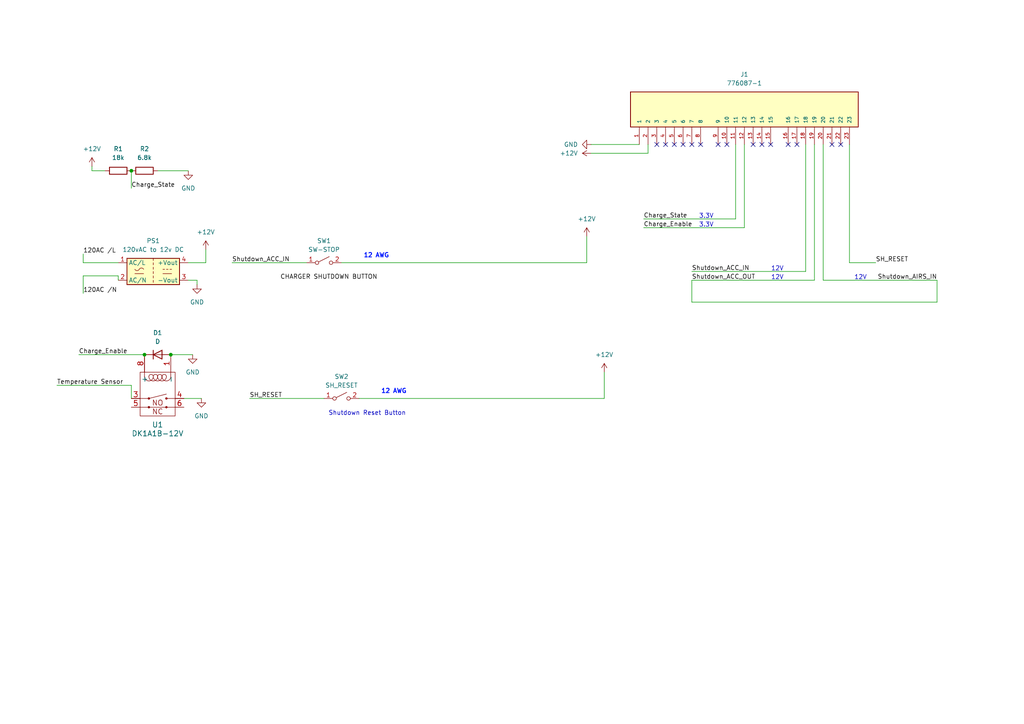
<source format=kicad_sch>
(kicad_sch (version 20230121) (generator eeschema)
  (paper "A4")
  (lib_symbols
    (symbol "1FS_2_Global_Symbol_Library:776087-1" (pin_names (offset 1.016))
      (property "Reference" "J" (at -5.0808 33.7876 0))
      (property "Value" "776087-1" (at -5.0826 -35.5781 0))
      (symbol "776087-1_0_0"
        (rectangle (start -5.08 -33.02) (end 5.08 33.02) (stroke (width 0.254)) (fill (type background)))
        (pin passive line (at -10.16 30.48 0) (length 5.08) (name "1") (number "1"))
        (pin passive line (at -10.16 5.08 0) (length 5.08) (name "10") (number "10"))
        (pin passive line (at -10.16 2.54 0) (length 5.08) (name "11") (number "11"))
        (pin passive line (at -10.16 0 0) (length 5.08) (name "12") (number "12"))
        (pin passive line (at -10.16 -2.54 0) (length 5.08) (name "13") (number "13"))
        (pin passive line (at -10.16 -5.08 0) (length 5.08) (name "14") (number "14"))
        (pin passive line (at -10.16 -7.62 0) (length 5.08) (name "15") (number "15"))
        (pin passive line (at -10.16 -12.7 0) (length 5.08) (name "16") (number "16"))
        (pin passive line (at -10.16 -15.24 0) (length 5.08) (name "17") (number "17"))
        (pin passive line (at -10.16 -17.78 0) (length 5.08) (name "18") (number "18"))
        (pin passive line (at -10.16 -20.32 0) (length 5.08) (name "19") (number "19"))
        (pin passive line (at -10.16 27.94 0) (length 5.08) (name "2") (number "2"))
        (pin passive line (at -10.16 -22.86 0) (length 5.08) (name "20") (number "20"))
        (pin passive line (at -10.16 -25.4 0) (length 5.08) (name "21") (number "21"))
        (pin passive line (at -10.16 -27.94 0) (length 5.08) (name "22") (number "22"))
        (pin passive line (at -10.16 -30.48 0) (length 5.08) (name "23") (number "23"))
        (pin passive line (at -10.16 25.4 0) (length 5.08) (name "3") (number "3"))
        (pin passive line (at -10.16 22.86 0) (length 5.08) (name "4") (number "4"))
        (pin passive line (at -10.16 20.32 0) (length 5.08) (name "5") (number "5"))
        (pin passive line (at -10.16 17.78 0) (length 5.08) (name "6") (number "6"))
        (pin passive line (at -10.16 15.24 0) (length 5.08) (name "7") (number "7"))
        (pin passive line (at -10.16 12.7 0) (length 5.08) (name "8") (number "8"))
        (pin passive line (at -10.16 7.62 0) (length 5.08) (name "9") (number "9"))
      )
    )
    (symbol "2FS-1_Symbol Library:DK1A1B-12V" (pin_names (offset 1.016))
      (property "Reference" "U" (at -2.54 0 0))
      (property "Value" "DK1A1B-12V" (at 6.35 0 90))
      (symbol "DK1A1B-12V_0_0"
        (text "NC" (at 3.81 0 900) (effects (font (size 1.524 1.524))))
        (text "NO" (at 1.27 0 900) (effects (font (size 1.524 1.524))))
      )
      (symbol "DK1A1B-12V_0_1"
        (arc (start -6.35 -3.81) (mid -5.0855 -2.54) (end -6.35 -1.27) (stroke (width 0.1524)))
        (arc (start -6.35 -2.54) (mid -5.0855 -1.27) (end -6.35 0) (stroke (width 0.1524)))
        (arc (start -6.35 -1.27) (mid -6.9823 -1.905) (end -6.35 -2.54) (stroke (width 0.1524)))
        (arc (start -6.35 -1.27) (mid -5.0855 0) (end -6.35 1.27) (stroke (width 0.1524)))
        (arc (start -6.35 0) (mid -6.9823 -0.635) (end -6.35 -1.27) (stroke (width 0.1524)))
        (arc (start -6.35 0) (mid -5.0855 1.27) (end -6.35 2.54) (stroke (width 0.1524)))
        (arc (start -6.35 1.27) (mid -6.9823 0.635) (end -6.35 0) (stroke (width 0.1524)))
        (arc (start -6.35 1.27) (mid -5.0855 2.54) (end -6.35 3.81) (stroke (width 0.1524)))
        (arc (start -6.35 2.54) (mid -6.9823 1.905) (end -6.35 1.27) (stroke (width 0.1524)))
        (circle (center 0 -2.54) (radius 0.254) (stroke (width 0.1524)) (fill (type outline)))
        (polyline (pts (xy -7.62 -3.81) (xy -6.35 -3.81)) (stroke (width 0.1524)))
        (polyline (pts (xy -7.62 3.81) (xy -6.35 3.81)) (stroke (width 0.1524)))
        (polyline (pts (xy 0 -5.08) (xy 0 -2.54)) (stroke (width 0.1524)))
        (polyline (pts (xy 2.54 -5.08) (xy 2.54 5.08)) (stroke (width 0.1524)) (fill (type outline)))
        (polyline (pts (xy 0 5.08) (xy 0 2.54) (xy -1.27 -2.54)) (stroke (width 0.1524)))
        (circle (center 0 2.54) (radius 0.254) (stroke (width 0.1524)) (fill (type outline)))
        (circle (center 2.54 -2.54) (radius 0.254) (stroke (width 0.1524)) (fill (type outline)))
        (circle (center 2.54 2.54) (radius 0.254) (stroke (width 0.1524)) (fill (type outline)))
        (rectangle (start 5.08 5.08) (end -7.62 -5.08) (stroke (width 0.1524)))
      )
      (symbol "DK1A1B-12V_1_1"
        (pin power_in line (at -12.7 -3.81 0) (length 5.08) (name "-") (number "1"))
        (pin passive line (at 0 7.62 270) (length 2.54) (name "~") (number "3"))
        (pin passive line (at 0 -7.62 90) (length 2.54) (name "~") (number "4"))
        (pin passive line (at 2.54 7.62 270) (length 2.54) (name "~") (number "5"))
        (pin passive line (at 2.54 -7.62 90) (length 2.54) (name "~") (number "6"))
        (pin power_in line (at -12.7 3.81 0) (length 5.08) (name "+") (number "8"))
      )
    )
    (symbol "Converter_ACDC:HLK-5M03"
      (property "Reference" "PS" (at 0 5.08 0))
      (property "Value" "HLK-5M03" (at 0 -5.08 0))
      (symbol "HLK-5M03_0_1"
        (rectangle (start -7.62 3.81) (end 7.62 -3.81) (stroke (width 0.254)) (fill (type background)))
        (arc (start -5.334 0.635) (mid -4.699 0.2495) (end -4.064 0.635))
        (arc (start -2.794 0.635) (mid -3.429 1.0072) (end -4.064 0.635))
        (polyline (pts (xy -5.334 -0.635) (xy -2.794 -0.635)))
        (polyline (pts (xy 0 -2.54) (xy 0 -3.175)))
        (polyline (pts (xy 0 -1.27) (xy 0 -1.905)))
        (polyline (pts (xy 0 0) (xy 0 -0.635)))
        (polyline (pts (xy 0 1.27) (xy 0 0.635)))
        (polyline (pts (xy 0 2.54) (xy 0 1.905)))
        (polyline (pts (xy 0 3.81) (xy 0 3.175)))
        (polyline (pts (xy 2.794 -0.635) (xy 5.334 -0.635)))
        (polyline (pts (xy 2.794 0.635) (xy 3.302 0.635)))
        (polyline (pts (xy 3.81 0.635) (xy 4.318 0.635)))
        (polyline (pts (xy 4.826 0.635) (xy 5.334 0.635)))
      )
      (symbol "HLK-5M03_1_1"
        (pin power_in line (at -10.16 2.54 0) (length 2.54) (name "AC/L") (number "1"))
        (pin power_in line (at -10.16 -2.54 0) (length 2.54) (name "AC/N") (number "2"))
        (pin power_out line (at 10.16 -2.54 180) (length 2.54) (name "-Vout") (number "3"))
        (pin power_out line (at 10.16 2.54 180) (length 2.54) (name "+Vout") (number "4"))
      )
    )
    (symbol "Device:D" (pin_numbers hide) (pin_names (offset 1.016) hide)
      (property "Reference" "D" (at 0 2.54 0))
      (property "Value" "D" (at 0 -2.54 0))
      (symbol "D_0_1"
        (polyline (pts (xy -1.27 1.27) (xy -1.27 -1.27)) (stroke (width 0.254)))
        (polyline (pts (xy 1.27 0) (xy -1.27 0)))
        (polyline (pts (xy 1.27 1.27) (xy 1.27 -1.27) (xy -1.27 0) (xy 1.27 1.27)) (stroke (width 0.254)))
      )
      (symbol "D_1_1"
        (pin passive line (at -3.81 0 0) (length 2.54) (name "K") (number "1"))
        (pin passive line (at 3.81 0 180) (length 2.54) (name "A") (number "2"))
      )
    )
    (symbol "Device:R" (pin_numbers hide) (pin_names (offset 0))
      (property "Reference" "R" (at 2.032 0 90))
      (property "Value" "R" (at 0 0 90))
      (symbol "R_0_1"
        (rectangle (start -1.016 -2.54) (end 1.016 2.54) (stroke (width 0.254)))
      )
      (symbol "R_1_1"
        (pin passive line (at 0 3.81 270) (length 1.27) (name "~") (number "1"))
        (pin passive line (at 0 -3.81 90) (length 1.27) (name "~") (number "2"))
      )
    )
    (symbol "Switch:SW_SPST" (pin_names (offset 0) hide)
      (property "Reference" "SW" (at 0 3.175 0))
      (property "Value" "SW_SPST" (at 0 -2.54 0))
      (symbol "SW_SPST_0_0"
        (circle (center -2.032 0) (radius 0.508))
        (polyline (pts (xy -1.524 0.254) (xy 1.524 1.778)))
        (circle (center 2.032 0) (radius 0.508))
      )
      (symbol "SW_SPST_1_1"
        (pin passive line (at -5.08 0 0) (length 2.54) (name "A") (number "1"))
        (pin passive line (at 5.08 0 180) (length 2.54) (name "B") (number "2"))
      )
    )
    (symbol "power:+12V" (power) (pin_names (offset 0))
      (property "Value" "+12V" (at 0 3.556 0))
      (symbol "+12V_0_1"
        (polyline (pts (xy -0.762 1.27) (xy 0 2.54)))
        (polyline (pts (xy 0 0) (xy 0 2.54)))
        (polyline (pts (xy 0 2.54) (xy 0.762 1.27)))
      )
      (symbol "+12V_1_1"
        (pin power_in line (at 0 0 90) (length 0) hide (name "+12V") (number "1"))
      )
    )
    (symbol "power:GND" (power) (pin_names (offset 0))
      (property "Value" "GND" (at 0 -3.81 0))
      (symbol "GND_0_1"
        (polyline (pts (xy 0 0) (xy 0 -1.27) (xy 1.27 -1.27) (xy 0 -2.54) (xy -1.27 -1.27) (xy 0 -1.27)))
      )
      (symbol "GND_1_1"
        (pin power_in line (at 0 0 270) (length 0) hide (name "GND") (number "1"))
      )
    )
  )
  (junction (at 41.91 102.87))
  (junction (at 49.53 102.87))
  (junction (at 38.1 49.53))
  (no_connect (at 228.6 41.91))
  (no_connect (at 193.04 41.91))
  (no_connect (at 243.84 41.91))
  (no_connect (at 218.44 41.91))
  (no_connect (at 195.58 41.91))
  (no_connect (at 208.28 41.91))
  (no_connect (at 241.3 41.91))
  (no_connect (at 231.14 41.91))
  (no_connect (at 210.82 41.91))
  (no_connect (at 198.12 41.91))
  (no_connect (at 190.5 41.91))
  (no_connect (at 223.52 41.91))
  (no_connect (at 203.2 41.91))
  (no_connect (at 220.98 41.91))
  (no_connect (at 200.66 41.91))
  (wire (pts (xy 200.66 81.28) (xy 236.22 81.28)))
  (wire (pts (xy 57.15 81.28) (xy 57.15 82.55)))
  (wire (pts (xy 34.29 80.01) (xy 34.29 81.28)))
  (wire (pts (xy 213.36 63.5) (xy 186.69 63.5)))
  (wire (pts (xy 26.67 49.53) (xy 30.48 49.53)))
  (wire (pts (xy 246.38 41.91) (xy 246.38 76.2)))
  (wire (pts (xy 24.13 73.66) (xy 24.13 76.2)))
  (wire (pts (xy 213.36 41.91) (xy 213.36 63.5)))
  (wire (pts (xy 54.61 81.28) (xy 57.15 81.28)))
  (wire (pts (xy 26.67 48.26) (xy 26.67 49.53)))
  (wire (pts (xy 72.39 115.57) (xy 93.98 115.57)))
  (wire (pts (xy 215.9 41.91) (xy 215.9 66.04)))
  (wire (pts (xy 171.45 44.45) (xy 187.96 44.45)))
  (wire (pts (xy 59.69 72.39) (xy 59.69 76.2)))
  (wire (pts (xy 186.69 66.04) (xy 215.9 66.04)))
  (wire (pts (xy 271.78 81.28) (xy 238.76 81.28)))
  (wire (pts (xy 45.72 49.53) (xy 54.61 49.53)))
  (wire (pts (xy 24.13 80.01) (xy 24.13 85.09)))
  (wire (pts (xy 170.18 68.58) (xy 170.18 76.2)))
  (wire (pts (xy 238.76 41.91) (xy 238.76 81.28)))
  (wire (pts (xy 236.22 41.91) (xy 236.22 81.28)))
  (wire (pts (xy 49.53 102.87) (xy 55.88 102.87)))
  (wire (pts (xy 200.66 78.74) (xy 233.68 78.74)))
  (wire (pts (xy 171.45 41.91) (xy 185.42 41.91)))
  (wire (pts (xy 233.68 41.91) (xy 233.68 78.74)))
  (wire (pts (xy 271.78 87.63) (xy 200.66 87.63)))
  (wire (pts (xy 271.78 81.28) (xy 271.78 87.63)))
  (wire (pts (xy 38.1 49.53) (xy 38.1 54.61)))
  (wire (pts (xy 200.66 87.63) (xy 200.66 81.28)))
  (wire (pts (xy 104.14 115.57) (xy 175.26 115.57)))
  (wire (pts (xy 67.31 76.2) (xy 88.9 76.2)))
  (wire (pts (xy 53.34 115.57) (xy 58.42 115.57)))
  (wire (pts (xy 24.13 80.01) (xy 34.29 80.01)))
  (wire (pts (xy 187.96 41.91) (xy 187.96 44.45)))
  (wire (pts (xy 175.26 107.95) (xy 175.26 115.57)))
  (wire (pts (xy 54.61 76.2) (xy 59.69 76.2)))
  (wire (pts (xy 24.13 76.2) (xy 34.29 76.2)))
  (wire (pts (xy 16.51 111.76) (xy 38.1 111.76)))
  (wire (pts (xy 38.1 111.76) (xy 38.1 115.57)))
  (wire (pts (xy 99.06 76.2) (xy 170.18 76.2)))
  (wire (pts (xy 22.86 102.87) (xy 41.91 102.87)))
  (wire (pts (xy 246.38 76.2) (xy 254 76.2)))
  (text "12V" (at 227.33 81.28 0) (effects (font (size 1.27 1.27)) (justify right bottom)))
  (text "12 AWG" (at 110.49 114.3 0) (effects (font (size 1.27 1.27) (thickness 0.254) bold) (justify left bottom)))
  (text "12V" (at 251.46 81.28 0) (effects (font (size 1.27 1.27)) (justify right bottom)))
  (text "Shutdown Reset Button\n" (at 95.25 120.65 0) (effects (font (size 1.27 1.27)) (justify left bottom)))
  (text "12V" (at 227.33 78.74 0) (effects (font (size 1.27 1.27)) (justify right bottom)))
  (text "3.3V" (at 207.01 66.04 0) (effects (font (size 1.27 1.27)) (justify right bottom)))
  (text "3.3V" (at 207.01 63.5 0) (effects (font (size 1.27 1.27)) (justify right bottom)))
  (text "12 AWG" (at 105.41 74.93 0) (effects (font (size 1.27 1.27) (thickness 0.254) bold) (justify left bottom)))
  (label "Charge_Enable" (at 22.86 102.87 0))
  (label "SH_RESET" (at 72.39 115.57 0))
  (label "Shutdown_ACC_IN" (at 67.31 76.2 0))
  (label "Shutdown_ACC_IN" (at 200.66 78.74 0))
  (label "Temperature Sensor" (at 16.51 111.76 0))
  (label "120AC {slash}L" (at 24.13 73.66 0))
  (label "CHARGER SHUTDOWN BUTTON" (at 81.28 81.28 0))
  (label "Charge_Enable" (at 186.69 66.04 0))
  (label "SH_RESET" (at 254 76.2 0))
  (label "120AC {slash}N" (at 24.13 85.09 0))
  (label "Charge_State" (at 38.1 54.61 0))
  (label "Charge_State" (at 186.69 63.5 0))
  (label "Shutdown_ACC_OUT" (at 200.66 81.28 0))
  (label "Shutdown_AIRS_IN" (at 271.78 81.28 180))
  (symbol (lib_id "power:+12V") (at 170.18 68.58 0) (unit 1)
    (property "Reference" "#PWR09" (effects hide))
    (property "Value" "+12V" (at 170.18 63.5 0))
  )
  (symbol (lib_id "power:GND") (at 58.42 115.57 0) (unit 1)
    (property "Reference" "#PWR07" (effects hide))
    (property "Value" "GND" (at 58.42 120.65 0))
  )
  (symbol (lib_id "Switch:SW_SPST") (at 99.06 115.57 0) (unit 1)
    (property "Reference" "SW2" (at 99.06 109.22 0))
    (property "Value" "SH_RESET" (at 99.06 111.76 0))
    (property "Footprint" "Button_Switch_SMD:Nidec_Copal_CAS-120A" (effects hide))
  )
  (symbol (lib_id "power:+12V") (at 26.67 48.26 0) (unit 1)
    (property "Reference" "#PWR01" (effects hide))
    (property "Value" "+12V" (at 26.67 43.18 0))
  )
  (symbol (lib_id "power:+12V") (at 59.69 72.39 0) (unit 1)
    (property "Reference" "#PWR08" (effects hide))
    (property "Value" "+12V" (at 59.69 67.31 0))
  )
  (symbol (lib_id "Device:D") (at 45.72 102.87 0) (unit 1)
    (property "Reference" "D1" (at 45.72 96.52 0))
    (property "Value" "D" (at 45.72 99.06 0))
    (property "Footprint" "Diode_SMD:D_2010_5025Metric_Pad1.52x2.65mm_HandSolder" (effects hide))
    (property "Sim.Device" "D" (effects hide))
    (property "Sim.Pins" "1=K 2=A" (effects hide))
  )
  (symbol (lib_id "power:GND") (at 54.61 49.53 0) (unit 1)
    (property "Reference" "#PWR02" (effects hide))
    (property "Value" "GND" (at 54.61 54.61 0))
  )
  (symbol (lib_id "2FS-1_Symbol Library:DK1A1B-12V") (at 45.72 115.57 90) (mirror x) (unit 1)
    (property "Reference" "U1" (at 45.72 123.19 90) (effects (font (size 1.524 1.524))))
    (property "Value" "DK1A1B-12V" (at 45.72 125.73 90) (effects (font (size 1.524 1.524))))
    (property "Footprint" "1FS_2_Global_Footprint_Library:RELAY_DK2A_PAN" (effects hide))
  )
  (symbol (lib_id "power:+12V") (at 175.26 107.95 0) (unit 1)
    (property "Reference" "#PWR010" (effects hide))
    (property "Value" "+12V" (at 175.26 102.87 0))
  )
  (symbol (lib_id "power:GND") (at 171.45 41.91 270) (unit 1)
    (property "Reference" "#PWR04" (effects hide))
    (property "Value" "GND" (at 167.64 41.91 90) (effects (justify right)))
  )
  (symbol (lib_id "Device:R") (at 34.29 49.53 90) (unit 1)
    (property "Reference" "R1" (at 34.29 43.18 90))
    (property "Value" "18k" (at 34.29 45.72 90))
    (property "Footprint" "Resistor_SMD:R_0201_0603Metric" (effects hide))
  )
  (symbol (lib_id "Converter_ACDC:HLK-5M03") (at 44.45 78.74 0) (unit 1)
    (property "Reference" "PS1" (at 44.45 69.85 0))
    (property "Value" "120vAC to 12v DC" (at 44.45 72.39 0))
  )
  (symbol (lib_id "power:+12V") (at 171.45 44.45 90) (unit 1)
    (property "Reference" "#PWR05" (effects hide))
    (property "Value" "+12V" (at 167.64 44.45 90) (effects (justify left)))
  )
  (symbol (lib_id "power:GND") (at 57.15 82.55 0) (unit 1)
    (property "Reference" "#PWR06" (effects hide))
    (property "Value" "GND" (at 57.15 87.63 0))
  )
  (symbol (lib_id "1FS_2_Global_Symbol_Library:776087-1") (at 215.9 31.75 90) (unit 1)
    (property "Reference" "J1" (at 215.9 21.59 90))
    (property "Value" "776087-1" (at 215.9 24.13 90))
    (property "Footprint" "1FS_2_Global_Footprint_Library:TE_776087-1" (effects hide))
    (property "PARTREV" "E11" (effects hide))
    (property "METADATA" "Manufacturer recommendation" (effects hide))
    (property "MANUFACTURER" "TE CONNECTIVITY" (effects hide))
  )
  (symbol (lib_id "Switch:SW_SPST") (at 93.98 76.2 0) (unit 1)
    (property "Reference" "SW1" (at 93.98 69.85 0))
    (property "Value" "SW-STOP" (at 93.98 72.39 0))
    (property "Footprint" "Button_Switch_SMD:Nidec_Copal_CAS-120A" (effects hide))
  )
  (symbol (lib_id "power:GND") (at 55.88 102.87 0) (unit 1)
    (property "Reference" "#PWR03" (effects hide))
    (property "Value" "GND" (at 55.88 107.95 0))
  )
  (symbol (lib_id "Device:R") (at 41.91 49.53 90) (unit 1)
    (property "Reference" "R2" (at 41.91 43.18 90))
    (property "Value" "6.8k" (at 41.91 45.72 90))
    (property "Footprint" "Resistor_SMD:R_0201_0603Metric" (effects hide))
  )
)
</source>
